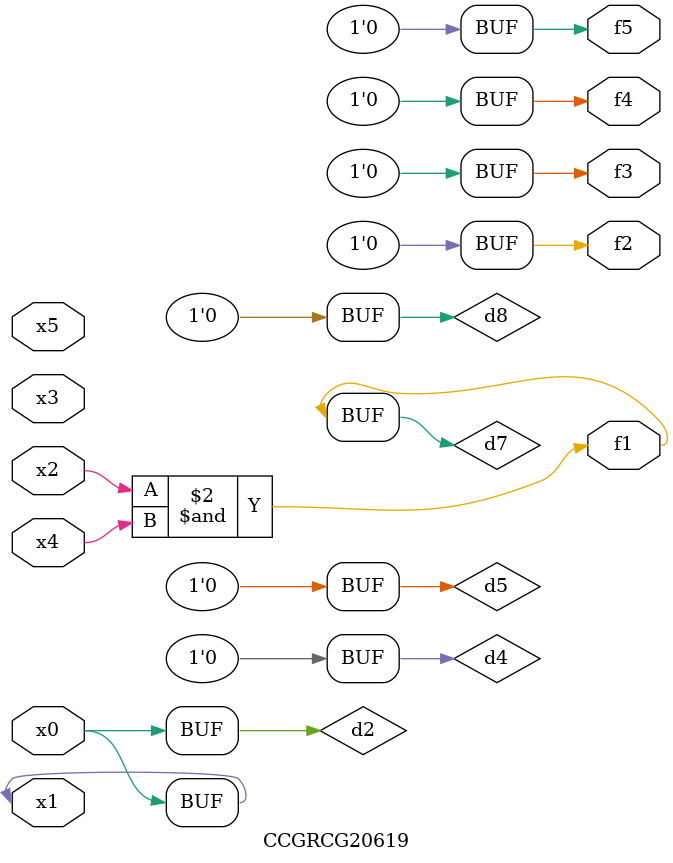
<source format=v>
module CCGRCG20619(
	input x0, x1, x2, x3, x4, x5,
	output f1, f2, f3, f4, f5
);

	wire d1, d2, d3, d4, d5, d6, d7, d8, d9;

	nand (d1, x1);
	buf (d2, x0, x1);
	nand (d3, x2, x4);
	and (d4, d1, d2);
	and (d5, d1, d2);
	nand (d6, d1, d3);
	not (d7, d3);
	xor (d8, d5);
	nor (d9, d5, d6);
	assign f1 = d7;
	assign f2 = d8;
	assign f3 = d8;
	assign f4 = d8;
	assign f5 = d8;
endmodule

</source>
